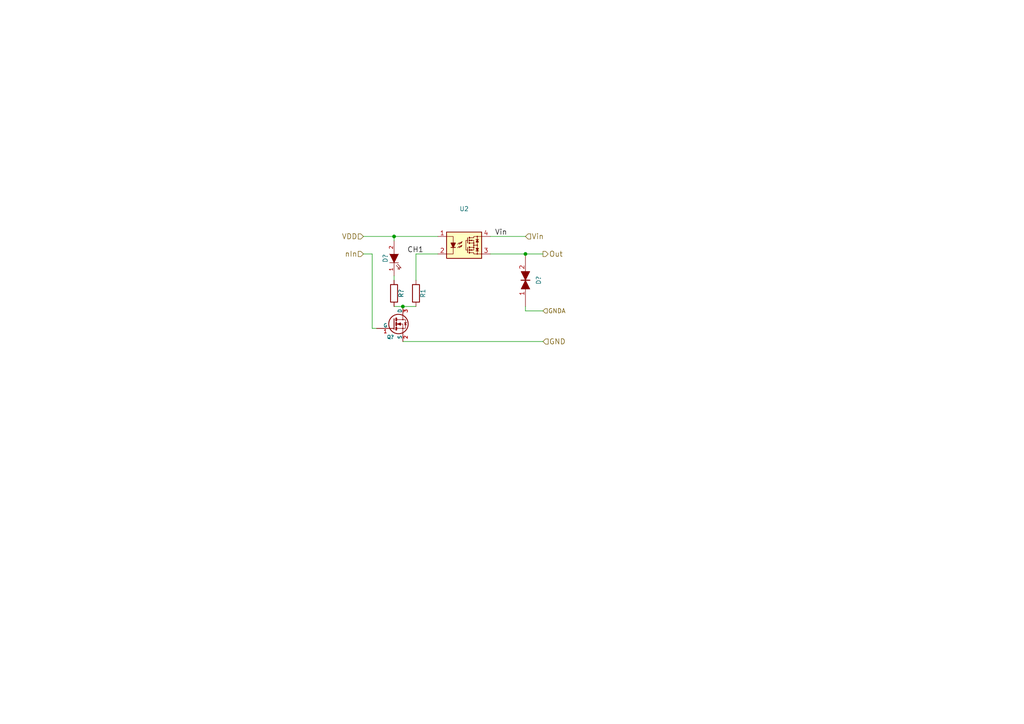
<source format=kicad_sch>
(kicad_sch (version 20211123) (generator eeschema)
  (paper "A4")
  (lib_symbols
    (symbol "Device:R" (pin_numbers hide) (pin_names (offset 0))
      (property "Reference" "R" (at 2.032 0 90))
      (property "Value" "R" (at 0 0 90))
      (symbol "R_0_1"
        (rectangle (start -1.016 -2.54) (end 1.016 2.54) (stroke (width 0.254)))
      )
      (symbol "R_1_1"
        (pin passive line (at 0 3.81 270) (length 1.27) (name "~") (number "1"))
        (pin passive line (at 0 -3.81 90) (length 1.27) (name "~") (number "2"))
      )
    )
    (symbol "aqy212:AQY212" (pin_names (offset 1.016))
      (property "Reference" "U" (at -5.08 5.08 0))
      (property "Value" "AQY212" (at 0 5.08 0))
      (property "Footprint" "DIP-4-SMD" (at -5.08 -5.08 0))
      (symbol "AQY212_0_1"
        (rectangle (start -5.08 3.81) (end 5.08 -3.81) (stroke (width 0.254)) (fill (type background)))
        (polyline (pts (xy -3.81 -0.635) (xy -2.54 -0.635)) (stroke (width 0.254)))
        (polyline (pts (xy 1.016 -0.635) (xy 1.016 -2.159)) (stroke (width 0.2032)))
        (polyline (pts (xy 1.016 2.159) (xy 1.016 0.635)) (stroke (width 0.2032)))
        (polyline (pts (xy 1.524 -0.508) (xy 1.524 -0.762)) (stroke (width 0.3556)))
        (polyline (pts (xy 2.794 0) (xy 3.81 0)))
        (polyline (pts (xy 3.429 -1.651) (xy 4.191 -1.651)) (stroke (width 0.2032)))
        (polyline (pts (xy 3.429 1.651) (xy 4.191 1.651)) (stroke (width 0.2032)))
        (polyline (pts (xy 3.81 0) (xy 3.81 -2.54)))
        (polyline (pts (xy 3.81 0) (xy 3.81 2.54)))
        (polyline (pts (xy -5.08 2.54) (xy -3.175 2.54) (xy -3.175 0.635)))
        (polyline (pts (xy -3.175 -0.635) (xy -3.175 -2.54) (xy -5.08 -2.54)))
        (polyline (pts (xy 1.524 -2.032) (xy 1.524 -2.286) (xy 1.524 -2.286)) (stroke (width 0.3556)))
        (polyline (pts (xy 1.524 -1.27) (xy 1.524 -1.524) (xy 1.524 -1.524)) (stroke (width 0.3556)))
        (polyline (pts (xy 1.524 0.762) (xy 1.524 0.508) (xy 1.524 0.508)) (stroke (width 0.3556)))
        (polyline (pts (xy 1.524 1.524) (xy 1.524 1.27) (xy 1.524 1.27)) (stroke (width 0.3556)))
        (polyline (pts (xy 1.524 2.286) (xy 1.524 2.032) (xy 1.524 2.032)) (stroke (width 0.3556)))
        (polyline (pts (xy 1.651 -1.397) (xy 2.794 -1.397) (xy 2.794 -0.635)))
        (polyline (pts (xy 1.651 1.397) (xy 2.794 1.397) (xy 2.794 0.635)))
        (polyline (pts (xy -3.175 -0.635) (xy -3.81 0.635) (xy -2.54 0.635) (xy -3.175 -0.635)) (stroke (width 0.254)) (fill (type outline)))
        (polyline (pts (xy -1.905 0.254) (xy -1.3716 0.762) (xy -1.3716 0.254) (xy -0.6096 1.016)))
        (polyline (pts (xy -0.6096 1.016) (xy -1.1176 0.762) (xy -0.8636 0.508) (xy -0.6096 1.016)))
        (polyline (pts (xy 1.016 -1.397) (xy 0.508 -1.397) (xy 0.508 1.397) (xy 1.016 1.397)))
        (polyline (pts (xy 1.651 -2.159) (xy 2.794 -2.159) (xy 2.794 -2.54) (xy 5.08 -2.54)))
        (polyline (pts (xy 1.651 -0.635) (xy 2.794 -0.635) (xy 2.794 0.635) (xy 1.651 0.635)))
        (polyline (pts (xy 1.651 2.159) (xy 2.794 2.159) (xy 2.794 2.54) (xy 5.08 2.54)))
        (polyline (pts (xy 1.778 -1.397) (xy 2.286 -1.27) (xy 2.286 -1.524) (xy 1.778 -1.397)))
        (polyline (pts (xy 1.778 1.397) (xy 2.286 1.524) (xy 2.286 1.27) (xy 1.778 1.397)))
        (polyline (pts (xy 3.81 -1.651) (xy 3.429 -0.889) (xy 4.191 -0.889) (xy 3.81 -1.651)) (fill (type outline)))
        (polyline (pts (xy 3.81 1.651) (xy 3.429 0.889) (xy 4.191 0.889) (xy 3.81 1.651)) (fill (type outline)))
        (polyline (pts (xy -1.905 -0.762) (xy -1.3716 -0.254) (xy -1.3716 -0.762) (xy -0.6096 0) (xy -1.1176 -0.254) (xy -0.8636 -0.508) (xy -0.6096 0)))
        (circle (center 2.794 -0.635) (radius 0.127))
        (circle (center 2.794 0) (radius 0.127))
        (circle (center 2.794 0.635) (radius 0.127))
        (circle (center 3.81 -2.54) (radius 0.127))
        (circle (center 3.81 0) (radius 0.127))
        (circle (center 3.81 2.54) (radius 0.127))
      )
      (symbol "AQY212_1_1"
        (pin passive line (at -7.62 2.54 0) (length 2.54) (name "~") (number "1"))
        (pin passive line (at -7.62 -2.54 0) (length 2.54) (name "~") (number "2"))
        (pin passive line (at 7.62 -2.54 180) (length 2.54) (name "~") (number "3"))
        (pin passive line (at 7.62 2.54 180) (length 2.54) (name "~") (number "4"))
      )
    )
    (symbol "esp32control-rescue:LED-device-esp32ValveControl-rescue" (pin_names (offset 1.016) hide)
      (property "Reference" "D" (at 0 2.54 0))
      (property "Value" "LED-device-esp32ValveControl-rescue" (at 0 -2.54 0))
      (symbol "LED-device-esp32ValveControl-rescue_0_1"
        (polyline (pts (xy -1.27 1.27) (xy -1.27 -1.27)))
        (polyline (pts (xy -2.032 -0.635) (xy -3.175 -1.651) (xy -3.048 -1.016)))
        (polyline (pts (xy -1.651 -1.016) (xy -2.794 -2.032) (xy -2.667 -1.397)))
        (polyline (pts (xy 1.27 1.27) (xy -1.27 0) (xy 1.27 -1.27)) (fill (type outline)))
      )
      (symbol "LED-device-esp32ValveControl-rescue_1_1"
        (pin passive line (at -5.08 0 0) (length 3.81) (name "K") (number "1"))
        (pin passive line (at 5.08 0 180) (length 3.81) (name "A") (number "2"))
      )
    )
    (symbol "esp32control-rescue:TVS-device-esp32ValveControl-rescue" (pin_names (offset 1.016))
      (property "Reference" "D" (at 0 3.81 0))
      (property "Value" "TVS-device-esp32ValveControl-rescue" (at 0 -3.81 0))
      (symbol "TVS-device-esp32ValveControl-rescue_0_1"
        (polyline (pts (xy 0 1.27) (xy 0 -1.27)) (stroke (width 0.3048)))
        (polyline (pts (xy -2.54 1.27) (xy -2.54 -1.27) (xy 0 0) (xy -2.54 1.27)) (fill (type outline)))
        (polyline (pts (xy 0 0) (xy 2.54 1.27) (xy 2.54 -1.27) (xy 0 0)) (fill (type outline)))
      )
      (symbol "TVS-device-esp32ValveControl-rescue_1_1"
        (pin passive line (at -7.62 0 0) (length 7.62) (name "~") (number "1"))
        (pin passive line (at 7.62 0 180) (length 7.62) (name "~") (number "2"))
      )
    )
    (symbol "transistors:BSS138" (pin_names (offset 0))
      (property "Reference" "Q" (at 0 -3.7846 0))
      (property "Value" "BSS138" (at 0 3.81 0))
      (property "Footprint" "SOT-23" (at -3.302 2.5908 0))
      (property "Datasheet" "http://www.fairchildsemi.com/ds/BS/BSS138.pdf" (at 0 0 0))
      (symbol "BSS138_0_1"
        (polyline (pts (xy 0.635 -1.016) (xy 0.635 -1.651)) (stroke (width 0.508)))
        (polyline (pts (xy 0.635 0.381) (xy 0.635 -0.381)) (stroke (width 0.508)))
        (polyline (pts (xy 0.635 1.651) (xy 0.635 1.016)) (stroke (width 0.508)))
        (polyline (pts (xy 3.048 0.381) (xy 2.921 0.254)))
        (polyline (pts (xy 3.048 0.381) (xy 3.556 0.381)))
        (polyline (pts (xy 3.556 0.381) (xy 3.683 0.508)))
        (polyline (pts (xy 0 1.524) (xy 0 -1.524) (xy 0 -1.524)) (stroke (width 0.254)))
        (polyline (pts (xy 0.762 -1.27) (xy 2.54 -1.27) (xy 2.54 -2.54) (xy 2.54 -2.54)))
        (polyline (pts (xy 0.762 1.27) (xy 2.54 1.27) (xy 2.54 2.54) (xy 2.54 2.54)))
        (polyline (pts (xy 2.54 1.27) (xy 3.302 1.27) (xy 3.302 -1.27) (xy 2.54 -1.27)))
        (polyline (pts (xy 3.302 0.381) (xy 3.048 -0.254) (xy 3.556 -0.254) (xy 3.302 0.381)) (fill (type outline)))
        (polyline (pts (xy 0.762 0) (xy 1.27 0) (xy 2.54 0) (xy 2.54 -1.27) (xy 2.54 -1.27)))
        (polyline (pts (xy 0.889 0) (xy 1.905 0.381) (xy 1.905 -0.381) (xy 0.889 0) (xy 1.016 0) (xy 1.016 0)) (fill (type outline)))
        (circle (center 1.27 0) (radius 2.8194) (stroke (width 0.254)))
        (circle (center 2.54 -1.27) (radius 0.127))
        (circle (center 2.54 1.27) (radius 0.127))
      )
      (symbol "BSS138_1_1"
        (pin passive line (at -5.08 -1.27 0) (length 5.08) (name "G") (number "1"))
        (pin passive line (at 2.54 -5.08 90) (length 2.54) (name "S") (number "2"))
        (pin passive line (at 2.54 5.08 270) (length 2.54) (name "D") (number "3"))
      )
    )
  )
  (junction (at 114.3 68.58))
  (junction (at 116.84 88.9))
  (junction (at 152.4 73.66))
  (wire (pts (xy 107.95 73.66) (xy 105.41 73.66)))
  (wire (pts (xy 120.65 81.28) (xy 120.65 73.66)))
  (wire (pts (xy 157.48 90.17) (xy 152.4 90.17)))
  (wire (pts (xy 105.41 68.58) (xy 114.3 68.58)))
  (wire (pts (xy 109.22 95.25) (xy 107.95 95.25)))
  (wire (pts (xy 116.84 88.9) (xy 120.65 88.9)))
  (wire (pts (xy 142.24 73.66) (xy 152.4 73.66)))
  (wire (pts (xy 152.4 73.66) (xy 157.48 73.66)))
  (wire (pts (xy 114.3 68.58) (xy 127 68.58)))
  (wire (pts (xy 142.24 68.58) (xy 152.4 68.58)))
  (wire (pts (xy 114.3 69.85) (xy 114.3 68.58)))
  (wire (pts (xy 116.84 99.06) (xy 157.48 99.06)))
  (wire (pts (xy 127 73.66) (xy 120.65 73.66)))
  (wire (pts (xy 152.4 90.17) (xy 152.4 88.9)))
  (wire (pts (xy 114.3 80.01) (xy 114.3 81.28)))
  (wire (pts (xy 114.3 88.9) (xy 116.84 88.9)))
  (wire (pts (xy 107.95 95.25) (xy 107.95 73.66)))
  (label "Vin" (at 143.51 68.58 0) (effects (font (size 1.524 1.524))))
  (label "CH1" (at 118.11 73.66 0) (effects (font (size 1.524 1.524))))
  (hierarchical_label "nIn" (shape input) (at 105.41 73.66 180) (effects (font (size 1.524 1.524))))
  (hierarchical_label "GNDA" (shape input) (at 157.48 90.17 0))
  (hierarchical_label "VDD" (shape input) (at 105.41 68.58 180) (effects (font (size 1.524 1.524))))
  (hierarchical_label "GND" (shape input) (at 157.48 99.06 0) (effects (font (size 1.524 1.524))))
  (hierarchical_label "Out" (shape output) (at 157.48 73.66 0) (effects (font (size 1.524 1.524))))
  (hierarchical_label "Vin" (shape input) (at 152.4 68.58 0) (effects (font (size 1.524 1.524))))
  (symbol (lib_id "aqy212:AQY212") (at 134.62 71.12 0) (unit 1)
    (property "Reference" "U2" (at 134.62 60.579 0))
    (property "Datasheet" "http://www.semicon.toshiba.co.jp/docs/datasheet/en/Opto/TLP222A_TLP222A-2_en_datasheet_071001.pdf" (effects hide))
    (property "Mouser" " 769-AQY212GS " (effects hide))
  )
  (symbol (lib_id "Device:R") (at 120.65 85.09 0) (mirror x) (unit 1)
    (property "Reference" "R1" (at 122.682 85.09 90))
  )
  (symbol (lib_id "esp32control-rescue:TVS-device-esp32ValveControl-rescue") (at 152.4 81.28 270) (mirror x) (unit 1)
    (property "Reference" "D?" (at 156.21 81.28 0))
    (property "Mouser" " 621-SMAJ26CAQ-13-F " (effects hide))
  )
  (symbol (lib_id "esp32control-rescue:LED-device-esp32ValveControl-rescue") (at 114.3 74.93 90) (unit 1)
    (property "Reference" "D?" (at 111.76 74.93 0))
    (property "Mouser" " 710-150060YS75000 " (effects hide))
  )
  (symbol (lib_id "transistors:BSS138") (at 114.3 93.98 0) (unit 1)
    (property "Reference" "Q?" (at 114.3 97.7646 0) (effects (font (size 1.016 1.016)) (justify right)))
    (property "Mouser" " 771-BSS138P215 " (effects hide))
  )
  (symbol (lib_id "Device:R") (at 114.3 85.09 0) (unit 1)
    (property "Reference" "R?" (at 116.332 85.09 90))
  )
)
</source>
